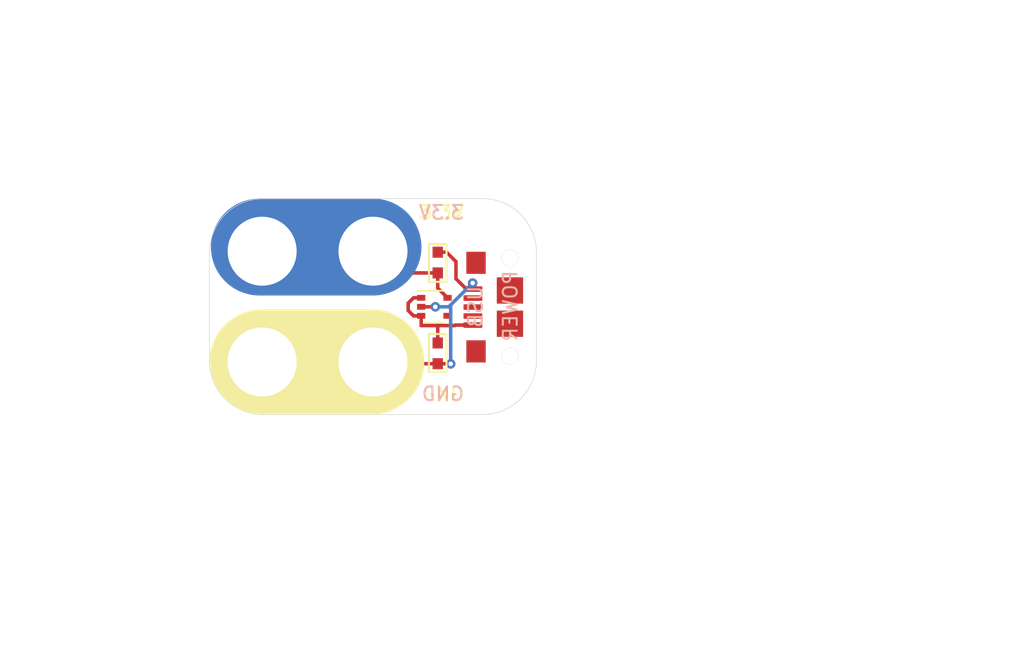
<source format=kicad_pcb>
(kicad_pcb (version 4) (host pcbnew 4.0.5-e0-6337~49~ubuntu16.04.1)

  (general
    (links 7)
    (no_connects 0)
    (area 104.572999 74.854999 178.510001 123.265001)
    (thickness 1.6)
    (drawings 17)
    (tracks 35)
    (zones 0)
    (modules 5)
    (nets 4)
  )

  (page USLetter)
  (title_block
    (title "2x3 USB Power Connector Module")
    (date "29 Jan 2017")
    (rev 1.0)
    (company "All rights reserved.")
    (comment 1 help@browndoggadgets.com)
    (comment 2 http://browndoggadgets.com/)
    (comment 3 "Brown Dog Gadgets")
  )

  (layers
    (0 F.Cu signal)
    (31 B.Cu signal)
    (34 B.Paste user)
    (35 F.Paste user)
    (36 B.SilkS user)
    (37 F.SilkS user)
    (38 B.Mask user)
    (39 F.Mask user)
    (40 Dwgs.User user)
    (44 Edge.Cuts user)
    (46 B.CrtYd user)
    (47 F.CrtYd user)
    (48 B.Fab user)
    (49 F.Fab user)
  )

  (setup
    (last_trace_width 0.254)
    (user_trace_width 0.1524)
    (user_trace_width 0.254)
    (user_trace_width 0.3302)
    (user_trace_width 0.508)
    (user_trace_width 0.762)
    (user_trace_width 1.27)
    (trace_clearance 0.254)
    (zone_clearance 0.508)
    (zone_45_only no)
    (trace_min 0.1524)
    (segment_width 0.1524)
    (edge_width 0.1524)
    (via_size 0.6858)
    (via_drill 0.3302)
    (via_min_size 0.6858)
    (via_min_drill 0.3302)
    (user_via 0.6858 0.3302)
    (user_via 0.762 0.4064)
    (user_via 0.8636 0.508)
    (uvia_size 0.6858)
    (uvia_drill 0.3302)
    (uvias_allowed no)
    (uvia_min_size 0)
    (uvia_min_drill 0)
    (pcb_text_width 0.1524)
    (pcb_text_size 1.016 1.016)
    (mod_edge_width 0.1524)
    (mod_text_size 1.016 1.016)
    (mod_text_width 0.1524)
    (pad_size 6 6)
    (pad_drill 4.98)
    (pad_to_mask_clearance 0.0762)
    (solder_mask_min_width 0.1016)
    (pad_to_paste_clearance -0.0762)
    (aux_axis_origin 0 0)
    (visible_elements FFFEDF7D)
    (pcbplotparams
      (layerselection 0x310fc_80000001)
      (usegerberextensions true)
      (excludeedgelayer true)
      (linewidth 0.100000)
      (plotframeref false)
      (viasonmask false)
      (mode 1)
      (useauxorigin false)
      (hpglpennumber 1)
      (hpglpenspeed 20)
      (hpglpendiameter 15)
      (hpglpenoverlay 2)
      (psnegative false)
      (psa4output false)
      (plotreference true)
      (plotvalue true)
      (plotinvisibletext false)
      (padsonsilk false)
      (subtractmaskfromsilk false)
      (outputformat 1)
      (mirror false)
      (drillshape 0)
      (scaleselection 1)
      (outputdirectory gerbers))
  )

  (net 0 "")
  (net 1 GND)
  (net 2 VCC)
  (net 3 VIN)

  (net_class Default "This is the default net class."
    (clearance 0.254)
    (trace_width 0.254)
    (via_dia 0.6858)
    (via_drill 0.3302)
    (uvia_dia 0.6858)
    (uvia_drill 0.3302)
    (add_net GND)
    (add_net VCC)
    (add_net VIN)
  )

  (module Crazy_NonLego:CONN-USB-MICRO-B-AMPHENOL-10118193-0001LF (layer F.Cu) (tedit 588A51BC) (tstamp 588A66B5)
    (at 141.38292 97.03856 90)
    (descr "Micro USB Type B 10103594-0001LF")
    (tags "USB USB_B USB_micro USB_OTG")
    (path /58844117)
    (attr smd)
    (fp_text reference J1 (at 0 -1.25 180) (layer F.Fab)
      (effects (font (size 2.032 2.032) (thickness 0.254)))
    )
    (fp_text value MICRO-B (at -0.25 0.25 90) (layer F.Fab) hide
      (effects (font (size 1 1) (thickness 0.15)))
    )
    (fp_text user %R (at 4 -4.75 90) (layer F.SilkS) hide
      (effects (font (size 1 1) (thickness 0.15)))
    )
    (fp_line (start -5 1.5) (end -5 -3.75) (layer F.Fab) (width 0.05))
    (fp_line (start 5 1.5) (end -5 1.5) (layer F.Fab) (width 0.05))
    (fp_line (start 5 -3.75) (end 5 1.5) (layer F.Fab) (width 0.05))
    (fp_line (start -5 -3.75) (end 5 -3.75) (layer F.Fab) (width 0.05))
    (fp_line (start 5.0546 1.524) (end -5.08 1.524) (layer F.CrtYd) (width 0.05))
    (fp_line (start -5.08 -3.8608) (end -5.08 1.524) (layer F.CrtYd) (width 0.05))
    (fp_line (start 5.08 -3.8608) (end 5.08 1.524) (layer F.CrtYd) (width 0.05))
    (fp_line (start 5.08 -3.8862) (end -5.0546 -3.8862) (layer F.CrtYd) (width 0.05))
    (pad 1 smd rect (at -1.3 -2.675 180) (size 1.35 0.4) (layers F.Cu F.Paste F.Mask)
      (net 3 VIN))
    (pad 2 smd rect (at -0.65 -2.675 180) (size 1.35 0.4) (layers F.Cu F.Paste F.Mask))
    (pad 3 smd rect (at -0.0009 -2.675 180) (size 1.35 0.4) (layers F.Cu F.Paste F.Mask))
    (pad 4 smd rect (at 0.65 -2.675 180) (size 1.35 0.4) (layers F.Cu F.Paste F.Mask))
    (pad 5 smd rect (at 1.3 -2.675 180) (size 1.35 0.4) (layers F.Cu F.Paste F.Mask)
      (net 1 GND))
    (pad 6 smd rect (at -3.2 -2.45 180) (size 1.4 1.6) (layers F.Cu F.Paste F.Mask))
    (pad 6 thru_hole circle (at -3.55 0 180) (size 1.2 1.2) (drill 1.2) (layers *.Cu *.Mask F.SilkS))
    (pad 6 smd rect (at -1.2 0 180) (size 1.9 1.9) (layers F.Cu F.Paste F.Mask))
    (pad 6 smd rect (at 1.2 0 180) (size 1.9 1.9) (layers F.Cu F.Paste F.Mask))
    (pad 6 smd rect (at 3.2 -2.45 180) (size 1.4 1.6) (layers F.Cu F.Paste F.Mask))
    (pad 6 thru_hole circle (at 3.55 0 180) (size 1.2 1.2) (drill 1.2) (layers *.Cu *.Mask F.SilkS))
  )

  (module Wickerlib:RLC-0603-SMD (layer F.Cu) (tedit 588A4EAD) (tstamp 588A4DE4)
    (at 136.1694 100.37896 270)
    (descr "Capacitor SMD RLC-0603-SMD, reflow soldering, AVX (see smccp.pdf)")
    (tags "capacitor RLC-0603-SMD")
    (path /588A4E13)
    (attr smd)
    (fp_text reference C1 (at 0.09 0.04 360) (layer F.Fab)
      (effects (font (size 0.8 0.8) (thickness 0.15)))
    )
    (fp_text value 1uF (at 0 1.9 270) (layer F.Fab) hide
      (effects (font (size 1 1) (thickness 0.15)))
    )
    (fp_line (start -1.397 -0.635) (end -1.397 0.635) (layer F.SilkS) (width 0.1524))
    (fp_line (start 1.3335 -0.635) (end 1.3335 0.635) (layer F.SilkS) (width 0.1524))
    (fp_text user %R (at 2.4645 -0.3175 270) (layer F.SilkS) hide
      (effects (font (size 1 1) (thickness 0.15)))
    )
    (fp_line (start -1.45 -0.75) (end 1.45 -0.75) (layer F.Fab) (width 0.05))
    (fp_line (start -1.45 0.75) (end 1.45 0.75) (layer F.CrtYd) (width 0.05))
    (fp_line (start -1.45 -0.75) (end -1.45 0.75) (layer F.CrtYd) (width 0.05))
    (fp_line (start 1.45 -0.75) (end 1.45 0.75) (layer F.CrtYd) (width 0.05))
    (fp_line (start -1.397 -0.635) (end 1.3335 -0.635) (layer F.SilkS) (width 0.15))
    (fp_line (start 1.3335 0.635) (end -1.397 0.635) (layer F.SilkS) (width 0.15))
    (fp_line (start -1.45 -0.75) (end 1.45 -0.75) (layer F.CrtYd) (width 0.05))
    (fp_line (start -1.45 -0.75) (end -1.45 0.75) (layer F.Fab) (width 0.05))
    (fp_line (start 1.45 -0.75) (end 1.45 0.75) (layer F.Fab) (width 0.05))
    (fp_line (start -1.45 0.75) (end 1.45 0.75) (layer F.Fab) (width 0.05))
    (pad 1 smd rect (at -0.75 0 270) (size 0.8 0.75) (layers F.Cu F.Paste F.Mask)
      (net 3 VIN))
    (pad 2 smd rect (at 0.75 0 270) (size 0.8 0.75) (layers F.Cu F.Paste F.Mask)
      (net 1 GND))
  )

  (module Wickerlib:RLC-0603-SMD (layer F.Cu) (tedit 588A4EAA) (tstamp 588A4DF7)
    (at 136.1694 93.82068 90)
    (descr "Capacitor SMD RLC-0603-SMD, reflow soldering, AVX (see smccp.pdf)")
    (tags "capacitor RLC-0603-SMD")
    (path /588A4EC6)
    (attr smd)
    (fp_text reference C2 (at 0.09 0.04 180) (layer F.Fab)
      (effects (font (size 0.8 0.8) (thickness 0.15)))
    )
    (fp_text value 1uF (at 0 1.9 90) (layer F.Fab) hide
      (effects (font (size 1 1) (thickness 0.15)))
    )
    (fp_line (start -1.397 -0.635) (end -1.397 0.635) (layer F.SilkS) (width 0.1524))
    (fp_line (start 1.3335 -0.635) (end 1.3335 0.635) (layer F.SilkS) (width 0.1524))
    (fp_text user %R (at 2.4645 -0.3175 90) (layer F.SilkS) hide
      (effects (font (size 1 1) (thickness 0.15)))
    )
    (fp_line (start -1.45 -0.75) (end 1.45 -0.75) (layer F.Fab) (width 0.05))
    (fp_line (start -1.45 0.75) (end 1.45 0.75) (layer F.CrtYd) (width 0.05))
    (fp_line (start -1.45 -0.75) (end -1.45 0.75) (layer F.CrtYd) (width 0.05))
    (fp_line (start 1.45 -0.75) (end 1.45 0.75) (layer F.CrtYd) (width 0.05))
    (fp_line (start -1.397 -0.635) (end 1.3335 -0.635) (layer F.SilkS) (width 0.15))
    (fp_line (start 1.3335 0.635) (end -1.397 0.635) (layer F.SilkS) (width 0.15))
    (fp_line (start -1.45 -0.75) (end 1.45 -0.75) (layer F.CrtYd) (width 0.05))
    (fp_line (start -1.45 -0.75) (end -1.45 0.75) (layer F.Fab) (width 0.05))
    (fp_line (start 1.45 -0.75) (end 1.45 0.75) (layer F.Fab) (width 0.05))
    (fp_line (start -1.45 0.75) (end 1.45 0.75) (layer F.Fab) (width 0.05))
    (pad 1 smd rect (at -0.75 0 90) (size 0.8 0.75) (layers F.Cu F.Paste F.Mask)
      (net 2 VCC))
    (pad 2 smd rect (at 0.75 0 90) (size 0.8 0.75) (layers F.Cu F.Paste F.Mask)
      (net 1 GND))
  )

  (module Wickerlib:SOT-353 (layer F.Cu) (tedit 588A4EAF) (tstamp 588A4E0B)
    (at 135.92552 97.01808)
    (descr SOT353)
    (path /588A5298)
    (attr smd)
    (fp_text reference U1 (at 0 0) (layer F.Fab)
      (effects (font (size 1 1) (thickness 0.15)))
    )
    (fp_text value "MIC5365 3.3V" (at 0 2.25) (layer F.Fab) hide
      (effects (font (size 1 1) (thickness 0.15)))
    )
    (fp_text user %R (at -0.4445 -1.9685) (layer F.SilkS) hide
      (effects (font (size 1 1) (thickness 0.15)))
    )
    (fp_line (start 1.524 1.3335) (end 1.524 -1.3335) (layer F.Fab) (width 0.04064))
    (fp_line (start -1.524 1.3335) (end 1.524 1.3335) (layer F.Fab) (width 0.04064))
    (fp_line (start -1.524 -1.3335) (end -1.524 1.3335) (layer F.Fab) (width 0.04064))
    (fp_line (start 1.524 -1.3335) (end -1.524 -1.3335) (layer F.Fab) (width 0.04064))
    (fp_line (start 0.7 -1.16) (end -1.2 -1.16) (layer F.SilkS) (width 0.12))
    (fp_line (start -0.7 1.16) (end 0.7 1.16) (layer F.SilkS) (width 0.12))
    (fp_line (start 1.5 1.35) (end 1.5 -1.35) (layer F.CrtYd) (width 0.05))
    (fp_line (start -1.5 -1.35) (end -1.5 1.35) (layer F.CrtYd) (width 0.05))
    (fp_line (start -1.5 -1.35) (end 1.5 -1.35) (layer F.CrtYd) (width 0.05))
    (fp_line (start -1.5 1.35) (end 1.5 1.35) (layer F.CrtYd) (width 0.05))
    (pad 1 smd rect (at -0.95 -0.65) (size 0.6 0.42) (layers F.Cu F.Paste F.Mask)
      (net 3 VIN))
    (pad 3 smd rect (at -0.95 0.65) (size 0.6 0.42) (layers F.Cu F.Paste F.Mask)
      (net 3 VIN))
    (pad 5 smd rect (at 0.95 -0.65) (size 0.6 0.42) (layers F.Cu F.Paste F.Mask)
      (net 2 VCC))
    (pad 2 smd rect (at -0.95 0) (size 0.6 0.42) (layers F.Cu F.Paste F.Mask)
      (net 1 GND))
    (pad 4 smd rect (at 0.95 0.65) (size 0.6 0.42) (layers F.Cu F.Paste F.Mask))
    (model TO_SOT_Packages_SMD.3dshapes/SOT-353.wrl
      (at (xyz 0 0 0))
      (scale (xyz 0.07000000000000001 0.09 0.08))
      (rotate (xyz 0 0 90))
    )
  )

  (module Crazy_Circuits:USB-CONNECTOR-2x3 (layer F.Cu) (tedit 588E56ED) (tstamp 588A894B)
    (at 131.4958 101.00056)
    (descr "2.54mm pitch through hole centered 2x2")
    (path /58844117)
    (fp_text reference J1 (at 3.9 -4) (layer F.Fab) hide
      (effects (font (size 1 1) (thickness 0.15)))
    )
    (fp_text value MICRO-B (at 4 6) (layer F.Fab) hide
      (effects (font (size 1 1) (thickness 0.15)))
    )
    (fp_line (start 0 -8) (end -8.1 -8) (layer F.Mask) (width 0.1))
    (fp_line (start -8 0) (end -0.1 0) (layer F.SilkS) (width 7.6))
    (fp_line (start 0 -8.3) (end -8.2 -8.3) (layer B.Cu) (width 7))
    (fp_text user USB (at 7.40156 -3.98272 270) (layer B.SilkS)
      (effects (font (size 1 1) (thickness 0.15)) (justify mirror))
    )
    (fp_text user POWER (at 9.91616 -4.0386 90) (layer B.SilkS)
      (effects (font (size 1 1) (thickness 0.15)) (justify mirror))
    )
    (fp_text user 3.3V (at 4.93804 -10.80064) (layer F.SilkS)
      (effects (font (size 1 1) (thickness 0.15)))
    )
    (fp_line (start 7.9 -11.8) (end -8 -11.8) (layer Edge.Cuts) (width 0.04064))
    (fp_line (start 7.9 3.8) (end -8 3.8) (layer Edge.Cuts) (width 0.04064))
    (fp_line (start 11.8 -0.1) (end 11.8 -7.9) (layer Edge.Cuts) (width 0.04064))
    (fp_line (start -11.8 -0.1) (end -11.8 -7.9) (layer Edge.Cuts) (width 0.04064))
    (fp_arc (start 7.9 -7.9) (end 7.9 -11.8) (angle 90) (layer Edge.Cuts) (width 0.04064))
    (fp_arc (start 7.9 -0.1) (end 11.8 -0.1) (angle 90) (layer Edge.Cuts) (width 0.04064))
    (fp_arc (start -7.9 -0.1) (end -7.9 3.8) (angle 90) (layer Edge.Cuts) (width 0.04064))
    (fp_arc (start -7.9 -7.9) (end -11.8 -7.9) (angle 90) (layer Edge.Cuts) (width 0.04064))
    (fp_line (start 7.9 -11.8) (end -8 -11.8) (layer F.Fab) (width 0.04064))
    (fp_line (start 7.9 3.8) (end -8 3.8) (layer F.Fab) (width 0.04064))
    (fp_line (start 11.8 -0.1) (end 11.8 -7.9) (layer F.Fab) (width 0.04064))
    (fp_line (start -11.8 -0.1) (end -11.8 -7.9) (layer F.Fab) (width 0.04064))
    (fp_arc (start 7.9 -7.9) (end 7.9 -11.8) (angle 90) (layer F.Fab) (width 0.04064))
    (fp_arc (start 7.9 -0.1) (end 11.8 -0.1) (angle 90) (layer F.Fab) (width 0.04064))
    (fp_arc (start -7.9 -0.1) (end -7.9 3.8) (angle 90) (layer F.Fab) (width 0.04064))
    (fp_arc (start -7.9 -7.9) (end -11.8 -7.9) (angle 90) (layer F.Fab) (width 0.04064))
    (fp_text user GND (at 5.05328 2.3114 180) (layer F.SilkS)
      (effects (font (size 1 1) (thickness 0.15)))
    )
    (fp_line (start -0.1 -8.3) (end -8.1 -8.3) (layer B.Mask) (width 7))
    (fp_text user 3.3V (at 4.93804 -10.80064) (layer B.SilkS)
      (effects (font (size 1 1) (thickness 0.15)) (justify mirror))
    )
    (fp_text user GND (at 5.05328 2.3114) (layer B.SilkS)
      (effects (font (size 1 1) (thickness 0.15)) (justify mirror))
    )
    (fp_line (start 0 0.1) (end -8.2 0.1) (layer B.Cu) (width 7))
    (fp_line (start -0.1 0.1) (end -8.1 0.1) (layer B.Mask) (width 7))
    (fp_line (start 0 -8) (end -8.1 -8) (layer F.Cu) (width 0.1))
    (fp_line (start 0 -8) (end -8.1 -8) (layer F.Mask) (width 0.1))
    (fp_line (start 0 -8) (end -8.1 -8) (layer F.Cu) (width 0.1))
    (pad 5 thru_hole circle (at 0 0) (size 6 6) (drill 4.98) (layers *.Cu *.Mask))
    (pad 1 thru_hole circle (at 0 -8) (size 6 6) (drill 4.98) (layers *.Cu *.Mask))
    (pad 1 thru_hole circle (at -8 -8) (size 6 6) (drill 4.98) (layers *.Cu *.Mask))
    (pad 5 thru_hole circle (at -8 0) (size 6 6) (drill 4.98) (layers *.Cu *.Mask))
  )

  (gr_circle (center 117.348 76.962) (end 118.618 76.962) (layer Dwgs.User) (width 0.15))
  (gr_line (start 114.427 78.994) (end 114.427 74.93) (angle 90) (layer Dwgs.User) (width 0.15))
  (gr_line (start 120.269 78.994) (end 114.427 78.994) (angle 90) (layer Dwgs.User) (width 0.15))
  (gr_line (start 120.269 74.93) (end 120.269 78.994) (angle 90) (layer Dwgs.User) (width 0.15))
  (gr_line (start 114.427 74.93) (end 120.269 74.93) (angle 90) (layer Dwgs.User) (width 0.15))
  (gr_line (start 120.523 93.98) (end 104.648 93.98) (angle 90) (layer Dwgs.User) (width 0.15))
  (gr_line (start 173.355 102.235) (end 173.355 94.615) (angle 90) (layer Dwgs.User) (width 0.15))
  (gr_line (start 178.435 102.235) (end 173.355 102.235) (angle 90) (layer Dwgs.User) (width 0.15))
  (gr_line (start 178.435 94.615) (end 178.435 102.235) (angle 90) (layer Dwgs.User) (width 0.15))
  (gr_line (start 173.355 94.615) (end 178.435 94.615) (angle 90) (layer Dwgs.User) (width 0.15))
  (gr_line (start 109.093 123.19) (end 109.093 114.3) (angle 90) (layer Dwgs.User) (width 0.15))
  (gr_line (start 122.428 123.19) (end 109.093 123.19) (angle 90) (layer Dwgs.User) (width 0.15))
  (gr_line (start 122.428 114.3) (end 122.428 123.19) (angle 90) (layer Dwgs.User) (width 0.15))
  (gr_line (start 109.093 114.3) (end 122.428 114.3) (angle 90) (layer Dwgs.User) (width 0.15))
  (gr_line (start 104.648 93.98) (end 104.648 82.55) (angle 90) (layer Dwgs.User) (width 0.15))
  (gr_line (start 120.523 82.55) (end 120.523 93.98) (angle 90) (layer Dwgs.User) (width 0.15))
  (gr_line (start 104.648 82.55) (end 120.523 82.55) (angle 90) (layer Dwgs.User) (width 0.15))

  (segment (start 131.4958 93.00056) (end 123.4958 93.00056) (width 0.254) (layer F.Cu) (net 0))
  (segment (start 131.4958 101.00056) (end 123.4958 101.00056) (width 0.254) (layer F.Cu) (net 0))
  (segment (start 136.9718 97.01808) (end 137.10412 96.88576) (width 0.254) (layer B.Cu) (net 1))
  (segment (start 137.10412 96.88576) (end 138.68908 95.3008) (width 0.254) (layer B.Cu) (net 1))
  (segment (start 137.10412 101.13772) (end 137.10412 96.88576) (width 0.254) (layer B.Cu) (net 1))
  (segment (start 136.1694 101.12896) (end 137.09536 101.12896) (width 0.254) (layer F.Cu) (net 1))
  (segment (start 137.09536 101.12896) (end 137.10412 101.13772) (width 0.254) (layer F.Cu) (net 1))
  (via (at 137.10412 101.13772) (size 0.6858) (drill 0.3302) (layers F.Cu B.Cu) (net 1))
  (segment (start 136.1694 101.12896) (end 131.67728 101.12896) (width 0.254) (layer F.Cu) (net 1))
  (segment (start 137.48512 93.7574) (end 137.48512 94.99076) (width 0.254) (layer F.Cu) (net 1))
  (segment (start 137.48512 94.99076) (end 138.23292 95.73856) (width 0.254) (layer F.Cu) (net 1))
  (segment (start 138.23292 95.73856) (end 138.70792 95.73856) (width 0.254) (layer F.Cu) (net 1))
  (segment (start 136.1694 93.07068) (end 136.7984 93.07068) (width 0.254) (layer F.Cu) (net 1))
  (segment (start 136.7984 93.07068) (end 137.48512 93.7574) (width 0.254) (layer F.Cu) (net 1))
  (segment (start 138.68908 95.3008) (end 138.68908 95.71972) (width 0.254) (layer F.Cu) (net 1))
  (segment (start 138.68908 95.71972) (end 138.70792 95.73856) (width 0.254) (layer F.Cu) (net 1))
  (via (at 138.68908 95.3008) (size 0.6858) (drill 0.3302) (layers F.Cu B.Cu) (net 1))
  (segment (start 135.99644 97.01808) (end 136.9718 97.01808) (width 0.254) (layer B.Cu) (net 1))
  (via (at 135.99644 97.01808) (size 0.6858) (drill 0.3302) (layers F.Cu B.Cu) (net 1))
  (segment (start 134.97552 97.01808) (end 135.99644 97.01808) (width 0.254) (layer F.Cu) (net 1))
  (segment (start 136.1694 94.57068) (end 133.26504 94.57068) (width 0.254) (layer F.Cu) (net 2))
  (segment (start 136.1694 94.57068) (end 136.1694 95.66196) (width 0.254) (layer F.Cu) (net 2))
  (segment (start 136.1694 95.66196) (end 136.87552 96.36808) (width 0.254) (layer F.Cu) (net 2))
  (segment (start 137.39916 98.3742) (end 136.1694 98.3742) (width 0.254) (layer F.Cu) (net 3))
  (segment (start 136.1694 98.3742) (end 134.97552 98.3742) (width 0.254) (layer F.Cu) (net 3))
  (segment (start 136.1694 99.62896) (end 136.1694 98.97496) (width 0.254) (layer F.Cu) (net 3))
  (segment (start 136.1694 98.97496) (end 136.1694 98.3742) (width 0.254) (layer F.Cu) (net 3))
  (segment (start 134.97552 97.66808) (end 134.97552 98.3742) (width 0.254) (layer F.Cu) (net 3))
  (segment (start 138.70792 98.33856) (end 137.4348 98.33856) (width 0.254) (layer F.Cu) (net 3))
  (segment (start 137.4348 98.33856) (end 137.39916 98.3742) (width 0.254) (layer F.Cu) (net 3))
  (segment (start 134.0358 97.28236) (end 134.0358 96.7538) (width 0.254) (layer F.Cu) (net 3))
  (segment (start 134.0358 96.7538) (end 134.42152 96.36808) (width 0.254) (layer F.Cu) (net 3))
  (segment (start 134.42152 96.36808) (end 134.97552 96.36808) (width 0.254) (layer F.Cu) (net 3))
  (segment (start 134.97552 97.66808) (end 134.42152 97.66808) (width 0.254) (layer F.Cu) (net 3))
  (segment (start 134.42152 97.66808) (end 134.0358 97.28236) (width 0.254) (layer F.Cu) (net 3))

)

</source>
